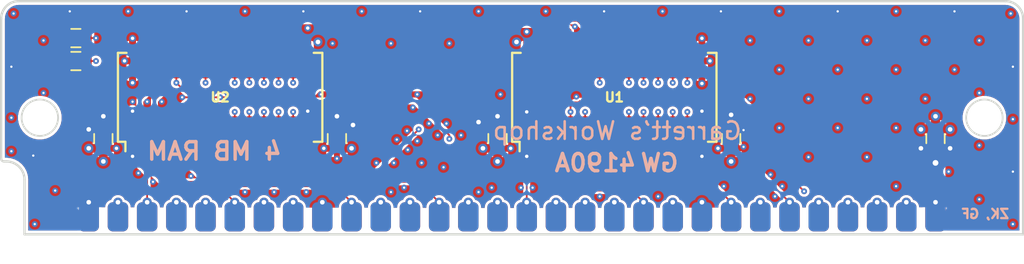
<source format=kicad_pcb>
(kicad_pcb (version 20221018) (generator pcbnew)
  (title_block (title "GW4190A") (date "2021-06-19") (rev "2.0-SOJ") (company "Garrett's Workshop"))
  (layers (0 "F.Cu" signal) (1 "In1.Cu" power) (2 "In2.Cu" signal) (31 "B.Cu" power) (34 "B.Paste" user) (35 "F.Paste" user) (36 "B.SilkS" user "B.Silkscreen") (37 "F.SilkS" user "F.Silkscreen") (38 "B.Mask" user) (39 "F.Mask" user) (44 "Edge.Cuts" user))
  (net 0 "")
  (net 1 "+5V")
  (net 2 "/D0")
  (net 3 "/D1")
  (net 4 "/~{WE}")
  (net 5 "/~{RAS}")
  (net 6 "/~{CAS}")
  (net 7 "/D2")
  (net 8 "/D3")
  (net 9 "GND")
  (net 10 "/D4")
  (net 11 "/D5")
  (net 12 "/D6")
  (net 13 "/A11")
  (net 14 "/D7")
  (net 15 "/QP")
  (net 16 "/~{CASP}")
  (net 17 "/DP")
  (net 18 "/1A0")
  (net 19 "/1A1")
  (net 20 "/1A2")
  (net 21 "/1A3")
  (net 22 "/1A4")
  (net 23 "/1A5")
  (net 24 "/1A6")
  (net 25 "/1A7")
  (net 26 "/1A8")
  (net 27 "/1A10")
  (net 28 "/1A9")
  (net 29 "/~{OE}")
  (footprint "stdpads:C_0805" (layer "F.Cu") (at 85.09 93.257 -90)
    (fp_text reference "C1")
    (fp_text value "2u2")
    (pad "1" smd roundrect (at -0.85 0 270) (size 1.05 1.4) (layers "F.Cu" "F.Paste" "F.Mask") (net 1 "+5V"))
    (pad "2" smd roundrect (at 0.85 0 270) (size 1.05 1.4) (layers "F.Cu" "F.Paste" "F.Mask") (net 9 "GND"))
  )
  (footprint "stdpads:C_0805" (layer "F.Cu") (at 105.41 93.257 -90)
    (fp_text reference "C2")
    (fp_text value "2u2")
    (pad "1" smd roundrect (at -0.85 0 270) (size 1.05 1.4) (layers "F.Cu" "F.Paste" "F.Mask") (net 1 "+5V"))
    (pad "2" smd roundrect (at 0.85 0 270) (size 1.05 1.4) (layers "F.Cu" "F.Paste" "F.Mask") (net 9 "GND"))
  )
  (footprint "stdpads:C_0805" (layer "F.Cu") (at 119.38 93.257 -90)
    (fp_text reference "C3")
    (fp_text value "2u2")
    (pad "1" smd roundrect (at -0.85 0 270) (size 1.05 1.4) (layers "F.Cu" "F.Paste" "F.Mask") (net 1 "+5V"))
    (pad "2" smd roundrect (at 0.85 0 270) (size 1.05 1.4) (layers "F.Cu" "F.Paste" "F.Mask") (net 9 "GND"))
  )
  (footprint "stdpads:C_0805" (layer "F.Cu") (at 139.7 93.257 -90)
    (fp_text reference "C4")
    (fp_text value "2u2")
    (pad "1" smd roundrect (at -0.85 0 270) (size 1.05 1.4) (layers "F.Cu" "F.Paste" "F.Mask") (net 1 "+5V"))
    (pad "2" smd roundrect (at 0.85 0 270) (size 1.05 1.4) (layers "F.Cu" "F.Paste" "F.Mask") (net 9 "GND"))
  )
  (footprint "stdpads:C_0805" (layer "F.Cu") (at 157.48 93.257 90)
    (fp_text reference "C5")
    (fp_text value "2u2")
    (pad "1" smd roundrect (at -0.85 0 90) (size 1.05 1.4) (layers "F.Cu" "F.Paste" "F.Mask") (net 1 "+5V"))
    (pad "2" smd roundrect (at 0.85 0 90) (size 1.05 1.4) (layers "F.Cu" "F.Paste" "F.Mask") (net 9 "GND"))
  )
  (footprint "stdpads:SIMM-30_Edge" (layer "F.Cu") (at 120.65 99.822)
    (fp_text reference "J1")
    (fp_text value "DRAM-SIMM-30")
    (pad "1" thru_hole circle (at -36.83 -1.016) (size 0.8 0.8) (drill 0.4) (layers "*.Cu" "*.Mask") (net 1 "+5V"))
    (pad "1" smd roundrect (at -36.83 0.254) (size 1.778 2.54) (layers "F.Cu" "F.Mask") (net 1 "+5V"))
    (pad "1" smd roundrect (at -36.83 0.254) (size 1.778 2.54) (layers "B.Cu" "B.Mask") (net 1 "+5V"))
    (pad "2" thru_hole circle (at -34.29 -1.016) (size 0.8 0.8) (drill 0.4) (layers "*.Cu" "*.Mask") (net 6 "/~{CAS}"))
    (pad "2" smd roundrect (at -34.29 0.254) (size 1.778 2.54) (layers "F.Cu" "F.Mask") (net 6 "/~{CAS}"))
    (pad "2" smd roundrect (at -34.29 0.254) (size 1.778 2.54) (layers "B.Cu" "B.Mask") (net 6 "/~{CAS}"))
    (pad "3" thru_hole circle (at -31.75 -1.016) (size 0.8 0.8) (drill 0.4) (layers "*.Cu" "*.Mask") (net 2 "/D0"))
    (pad "3" smd roundrect (at -31.75 0.254) (size 1.778 2.54) (layers "F.Cu" "F.Mask") (net 2 "/D0"))
    (pad "3" smd roundrect (at -31.75 0.254) (size 1.778 2.54) (layers "B.Cu" "B.Mask") (net 2 "/D0"))
    (pad "4" thru_hole circle (at -29.21 -1.016) (size 0.8 0.8) (drill 0.4) (layers "*.Cu" "*.Mask") (net 22 "/1A4"))
    (pad "4" smd roundrect (at -29.21 0.254) (size 1.778 2.54) (layers "F.Cu" "F.Mask") (net 22 "/1A4"))
    (pad "4" smd roundrect (at -29.21 0.254) (size 1.778 2.54) (layers "B.Cu" "B.Mask") (net 22 "/1A4"))
    (pad "5" thru_hole circle (at -26.67 -1.016) (size 0.8 0.8) (drill 0.4) (layers "*.Cu" "*.Mask") (net 21 "/1A3"))
    (pad "5" smd roundrect (at -26.67 0.254) (size 1.778 2.54) (layers "F.Cu" "F.Mask") (net 21 "/1A3"))
    (pad "5" smd roundrect (at -26.67 0.254) (size 1.778 2.54) (layers "B.Cu" "B.Mask") (net 21 "/1A3"))
    (pad "6" thru_hole circle (at -24.13 -1.016) (size 0.8 0.8) (drill 0.4) (layers "*.Cu" "*.Mask") (net 3 "/D1"))
    (pad "6" smd roundrect (at -24.13 0.254) (size 1.778 2.54) (layers "F.Cu" "F.Mask") (net 3 "/D1"))
    (pad "6" smd roundrect (at -24.13 0.254) (size 1.778 2.54) (layers "B.Cu" "B.Mask") (net 3 "/D1"))
    (pad "7" thru_hole circle (at -21.59 -1.016) (size 0.8 0.8) (drill 0.4) (layers "*.Cu" "*.Mask") (net 23 "/1A5"))
    (pad "7" smd roundrect (at -21.59 0.254) (size 1.778 2.54) (layers "F.Cu" "F.Mask") (net 23 "/1A5"))
    (pad "7" smd roundrect (at -21.59 0.254) (size 1.778 2.54) (layers "B.Cu" "B.Mask") (net 23 "/1A5"))
    (pad "8" thru_hole circle (at -19.05 -1.016) (size 0.8 0.8) (drill 0.4) (layers "*.Cu" "*.Mask") (net 20 "/1A2"))
    (pad "8" smd roundrect (at -19.05 0.254) (size 1.778 2.54) (layers "F.Cu" "F.Mask") (net 20 "/1A2"))
    (pad "8" smd roundrect (at -19.05 0.254) (size 1.778 2.54) (layers "B.Cu" "B.Mask") (net 20 "/1A2"))
    (pad "9" thru_hole circle (at -16.51 -1.016) (size 0.8 0.8) (drill 0.4) (layers "*.Cu" "*.Mask") (net 9 "GND"))
    (pad "9" smd roundrect (at -16.51 0.254) (size 1.778 2.54) (layers "F.Cu" "F.Mask") (net 9 "GND"))
    (pad "9" smd roundrect (at -16.51 0.254) (size 1.778 2.54) (layers "B.Cu" "B.Mask") (net 9 "GND"))
    (pad "10" thru_hole circle (at -13.97 -1.016) (size 0.8 0.8) (drill 0.4) (layers "*.Cu" "*.Mask") (net 7 "/D2"))
    (pad "10" smd roundrect (at -13.97 0.254) (size 1.778 2.54) (layers "F.Cu" "F.Mask") (net 7 "/D2"))
    (pad "10" smd roundrect (at -13.97 0.254) (size 1.778 2.54) (layers "B.Cu" "B.Mask") (net 7 "/D2"))
    (pad "11" thru_hole circle (at -11.43 -1.016) (size 0.8 0.8) (drill 0.4) (layers "*.Cu" "*.Mask") (net 24 "/1A6"))
    (pad "11" smd roundrect (at -11.43 0.254) (size 1.778 2.54) (layers "F.Cu" "F.Mask") (net 24 "/1A6"))
    (pad "11" smd roundrect (at -11.43 0.254) (size 1.778 2.54) (layers "B.Cu" "B.Mask") (net 24 "/1A6"))
    (pad "12" thru_hole circle (at -8.89 -1.016) (size 0.8 0.8) (drill 0.4) (layers "*.Cu" "*.Mask") (net 19 "/1A1"))
    (pad "12" smd roundrect (at -8.89 0.254) (size 1.778 2.54) (layers "F.Cu" "F.Mask") (net 19 "/1A1"))
    (pad "12" smd roundrect (at -8.89 0.254) (size 1.778 2.54) (layers "B.Cu" "B.Mask") (net 19 "/1A1"))
    (pad "13" thru_hole circle (at -6.35 -1.016) (size 0.8 0.8) (drill 0.4) (layers "*.Cu" "*.Mask") (net 8 "/D3"))
    (pad "13" smd roundrect (at -6.35 0.254) (size 1.778 2.54) (layers "F.Cu" "F.Mask") (net 8 "/D3"))
    (pad "13" smd roundrect (at -6.35 0.254) (size 1.778 2.54) (layers "B.Cu" "B.Mask") (net 8 "/D3"))
    (pad "14" thru_hole circle (at -3.81 -1.016) (size 0.8 0.8) (drill 0.4) (layers "*.Cu" "*.Mask") (net 25 "/1A7"))
    (pad "14" smd roundrect (at -3.81 0.254) (size 1.778 2.54) (layers "F.Cu" "F.Mask") (net 25 "/1A7"))
    (pad "14" smd roundrect (at -3.81 0.254) (size 1.778 2.54) (layers "B.Cu" "B.Mask") (net 25 "/1A7"))
    (pad "15" thru_hole circle (at -1.27 -1.016) (size 0.8 0.8) (drill 0.4) (layers "*.Cu" "*.Mask") (net 18 "/1A0"))
    (pad "15" smd roundrect (at -1.27 0.254) (size 1.778 2.54) (layers "F.Cu" "F.Mask") (net 18 "/1A0"))
    (pad "15" smd roundrect (at -1.27 0.254) (size 1.778 2.54) (layers "B.Cu" "B.Mask") (net 18 "/1A0"))
    (pad "16" thru_hole circle (at 1.27 -1.016) (size 0.8 0.8) (drill 0.4) (layers "*.Cu" "*.Mask") (net 10 "/D4"))
    (pad "16" smd roundrect (at 1.27 0.254) (size 1.778 2.54) (layers "F.Cu" "F.Mask") (net 10 "/D4"))
    (pad "16" smd roundrect (at 1.27 0.254) (size 1.778 2.54) (layers "B.Cu" "B.Mask") (net 10 "/D4"))
    (pad "17" thru_hole circle (at 3.81 -1.016) (size 0.8 0.8) (drill 0.4) (layers "*.Cu" "*.Mask") (net 26 "/1A8"))
    (pad "17" smd roundrect (at 3.81 0.254) (size 1.778 2.54) (layers "F.Cu" "F.Mask") (net 26 "/1A8"))
    (pad "17" smd roundrect (at 3.81 0.254) (size 1.778 2.54) (layers "B.Cu" "B.Mask") (net 26 "/1A8"))
    (pad "18" thru_hole circle (at 6.35 -1.016) (size 0.8 0.8) (drill 0.4) (layers "*.Cu" "*.Mask") (net 27 "/1A10"))
    (pad "18" smd roundrect (at 6.35 0.254) (size 1.778 2.54) (layers "F.Cu" "F.Mask") (net 27 "/1A10"))
    (pad "18" smd roundrect (at 6.35 0.254) (size 1.778 2.54) (layers "B.Cu" "B.Mask") (net 27 "/1A10"))
    (pad "19" thru_hole circle (at 8.89 -1.016) (size 0.8 0.8) (drill 0.4) (layers "*.Cu" "*.Mask") (net 28 "/1A9"))
    (pad "19" smd roundrect (at 8.89 0.254) (size 1.778 2.54) (layers "F.Cu" "F.Mask") (net 28 "/1A9"))
    (pad "19" smd roundrect (at 8.89 0.254) (size 1.778 2.54) (layers "B.Cu" "B.Mask") (net 28 "/1A9"))
    (pad "20" thru_hole circle (at 11.43 -1.016) (size 0.8 0.8) (drill 0.4) (layers "*.Cu" "*.Mask") (net 11 "/D5"))
    (pad "20" smd roundrect (at 11.43 0.254) (size 1.778 2.54) (layers "F.Cu" "F.Mask") (net 11 "/D5"))
    (pad "20" smd roundrect (at 11.43 0.254) (size 1.778 2.54) (layers "B.Cu" "B.Mask") (net 11 "/D5"))
    (pad "21" thru_hole circle (at 13.97 -1.016) (size 0.8 0.8) (drill 0.4) (layers "*.Cu" "*.Mask") (net 4 "/~{WE}"))
    (pad "21" smd roundrect (at 13.97 0.254) (size 1.778 2.54) (layers "F.Cu" "F.Mask") (net 4 "/~{WE}"))
    (pad "21" smd roundrect (at 13.97 0.254) (size 1.778 2.54) (layers "B.Cu" "B.Mask") (net 4 "/~{WE}"))
    (pad "22" thru_hole circle (at 16.51 -1.016) (size 0.8 0.8) (drill 0.4) (layers "*.Cu" "*.Mask") (net 9 "GND"))
    (pad "22" smd roundrect (at 16.51 0.254) (size 1.778 2.54) (layers "F.Cu" "F.Mask") (net 9 "GND"))
    (pad "22" smd roundrect (at 16.51 0.254) (size 1.778 2.54) (layers "B.Cu" "B.Mask") (net 9 "GND"))
    (pad "23" thru_hole circle (at 19.05 -1.016) (size 0.8 0.8) (drill 0.4) (layers "*.Cu" "*.Mask") (net 12 "/D6"))
    (pad "23" smd roundrect (at 19.05 0.254) (size 1.778 2.54) (layers "F.Cu" "F.Mask") (net 12 "/D6"))
    (pad "23" smd roundrect (at 19.05 0.254) (size 1.778 2.54) (layers "B.Cu" "B.Mask") (net 12 "/D6"))
    (pad "24" thru_hole circle (at 21.59 -1.016) (size 0.8 0.8) (drill 0.4) (layers "*.Cu" "*.Mask") (net 13 "/A11"))
    (pad "24" smd roundrect (at 21.59 0.254) (size 1.778 2.54) (layers "F.Cu" "F.Mask") (net 13 "/A11"))
    (pad "24" smd roundrect (at 21.59 0.254) (size 1.778 2.54) (layers "B.Cu" "B.Mask") (net 13 "/A11"))
    (pad "25" thru_hole circle (at 24.13 -1.016) (size 0.8 0.8) (drill 0.4) (layers "*.Cu" "*.Mask") (net 14 "/D7"))
    (pad "25" smd roundrect (at 24.13 0.254) (size 1.778 2.54) (layers "F.Cu" "F.Mask") (net 14 "/D7"))
    (pad "25" smd roundrect (at 24.13 0.254) (size 1.778 2.54) (layers "B.Cu" "B.Mask") (net 14 "/D7"))
    (pad "26" thru_hole circle (at 26.67 -1.016) (size 0.8 0.8) (drill 0.4) (layers "*.Cu" "*.Mask") (net 15 "/QP"))
    (pad "26" smd roundrect (at 26.67 0.254) (size 1.778 2.54) (layers "F.Cu" "F.Mask") (net 15 "/QP"))
    (pad "26" smd roundrect (at 26.67 0.254) (size 1.778 2.54) (layers "B.Cu" "B.Mask") (net 15 "/QP"))
    (pad "27" thru_hole circle (at 29.21 -1.016) (size 0.8 0.8) (drill 0.4) (layers "*.Cu" "*.Mask") (net 5 "/~{RAS}"))
    (pad "27" smd roundrect (at 29.21 0.254) (size 1.778 2.54) (layers "F.Cu" "F.Mask") (net 5 "/~{RAS}"))
    (pad "27" smd roundrect (at 29.21 0.254) (size 1.778 2.54) (layers "B.Cu" "B.Mask") (net 5 "/~{RAS}"))
    (pad "28" thru_hole circle (at 31.75 -1.016) (size 0.8 0.8) (drill 0.4) (layers "*.Cu" "*.Mask") (net 16 "/~{CASP}"))
    (pad "28" smd roundrect (at 31.75 0.254) (size 1.778 2.54) (layers "F.Cu" "F.Mask") (net 16 "/~{CASP}"))
    (pad "28" smd roundrect (at 31.75 0.254) (size 1.778 2.54) (layers "B.Cu" "B.Mask") (net 16 "/~{CASP}"))
    (pad "29" thru_hole circle (at 34.29 -1.016) (size 0.8 0.8) (drill 0.4) (layers "*.Cu" "*.Mask") (net 17 "/DP"))
    (pad "29" smd roundrect (at 34.29 0.254) (size 1.778 2.54) (layers "F.Cu" "F.Mask") (net 17 "/DP"))
    (pad "29" smd roundrect (at 34.29 0.254) (size 1.778 2.54) (layers "B.Cu" "B.Mask") (net 17 "/DP"))
    (pad "30" thru_hole circle (at 36.83 -1.016) (size 0.8 0.8) (drill 0.4) (layers "*.Cu" "*.Mask") (net 1 "+5V"))
    (pad "30" smd roundrect (at 36.83 0.254) (size 1.778 2.54) (layers "F.Cu" "F.Mask") (net 1 "+5V"))
    (pad "30" smd roundrect (at 36.83 0.254) (size 1.778 2.54) (layers "B.Cu" "B.Mask") (net 1 "+5V"))
  )
  (footprint "stdpads:R_0805" (layer "F.Cu") (at 82.7 86.5 180)
    (fp_text reference "R1")
    (fp_text value "EDO")
    (pad "1" smd roundrect (at -0.95 0 180) (size 0.85 1.4) (layers "F.Cu" "F.Paste" "F.Mask") (net 6 "/~{CAS}"))
    (pad "2" smd roundrect (at 0.95 0 180) (size 0.85 1.4) (layers "F.Cu" "F.Paste" "F.Mask") (net 29 "/~{OE}"))
  )
  (footprint "stdpads:R_0805" (layer "F.Cu") (at 82.7 84.5)
    (fp_text reference "R2")
    (fp_text value "FPM")
    (pad "1" smd roundrect (at -0.95 0) (size 0.85 1.4) (layers "F.Cu" "F.Paste" "F.Mask") (net 29 "/~{OE}"))
    (pad "2" smd roundrect (at 0.95 0) (size 0.85 1.4) (layers "F.Cu" "F.Paste" "F.Mask") (net 9 "GND"))
  )
  (footprint "stdpads:SOJ-24-26_300mil" (layer "F.Cu") (at 129.54 89.662 90)
    (fp_text reference "U1")
    (fp_text value "4C4M4")
    (fp_text user "${REFERENCE}" (at 0 0) (layer "F.SilkS") (effects (font (size 0.8128 0.8128) (thickness 0.2032))))
    (pad "1" smd roundrect (at -3.175 -7.62 90) (size 3.048 0.6) (layers "F.Cu" "F.Paste" "F.Mask") (net 1 "+5V"))
    (pad "2" smd roundrect (at -3.175 -6.35 90) (size 3.048 0.6) (layers "F.Cu" "F.Paste" "F.Mask") (net 11 "/D5"))
    (pad "3" smd roundrect (at -3.175 -5.08 90) (size 3.048 0.6) (layers "F.Cu" "F.Paste" "F.Mask") (net 14 "/D7"))
    (pad "4" smd roundrect (at -3.175 -3.81 90) (size 3.048 0.6) (layers "F.Cu" "F.Paste" "F.Mask") (net 4 "/~{WE}"))
    (pad "5" smd roundrect (at -3.175 -2.54 90) (size 3.048 0.6) (layers "F.Cu" "F.Paste" "F.Mask") (net 5 "/~{RAS}"))
    (pad "6" smd roundrect (at -3.175 -1.27 90) (size 3.048 0.6) (layers "F.Cu" "F.Paste" "F.Mask"))
    (pad "8" smd roundrect (at -3.175 1.27 90) (size 3.048 0.6) (layers "F.Cu" "F.Paste" "F.Mask") (net 27 "/1A10"))
    (pad "9" smd roundrect (at -3.175 2.54 90) (size 3.048 0.6) (layers "F.Cu" "F.Paste" "F.Mask") (net 18 "/1A0"))
    (pad "10" smd roundrect (at -3.175 3.81 90) (size 3.048 0.6) (layers "F.Cu" "F.Paste" "F.Mask") (net 19 "/1A1"))
    (pad "11" smd roundrect (at -3.175 5.08 90) (size 3.048 0.6) (layers "F.Cu" "F.Paste" "F.Mask") (net 20 "/1A2"))
    (pad "12" smd roundrect (at -3.175 6.35 90) (size 3.048 0.6) (layers "F.Cu" "F.Paste" "F.Mask") (net 21 "/1A3"))
    (pad "13" smd roundrect (at -3.175 7.62 90) (size 3.048 0.6) (layers "F.Cu" "F.Paste" "F.Mask") (net 1 "+5V"))
    (pad "14" smd roundrect (at 3.175 7.62 90) (size 3.048 0.6) (layers "F.Cu" "F.Paste" "F.Mask") (net 9 "GND"))
    (pad "15" smd roundrect (at 3.175 6.35 90) (size 3.048 0.6) (layers "F.Cu" "F.Paste" "F.Mask") (net 22 "/1A4"))
    (pad "16" smd roundrect (at 3.175 5.08 90) (size 3.048 0.6) (layers "F.Cu" "F.Paste" "F.Mask") (net 23 "/1A5"))
    (pad "17" smd roundrect (at 3.175 3.81 90) (size 3.048 0.6) (layers "F.Cu" "F.Paste" "F.Mask") (net 24 "/1A6"))
    (pad "18" smd roundrect (at 3.175 2.54 90) (size 3.048 0.6) (layers "F.Cu" "F.Paste" "F.Mask") (net 25 "/1A7"))
    (pad "19" smd roundrect (at 3.175 1.27 90) (size 3.048 0.6) (layers "F.Cu" "F.Paste" "F.Mask") (net 26 "/1A8"))
    (pad "21" smd roundrect (at 3.175 -1.27 90) (size 3.048 0.6) (layers "F.Cu" "F.Paste" "F.Mask") (net 28 "/1A9"))
    (pad "22" smd roundrect (at 3.175 -2.54 90) (size 3.048 0.6) (layers "F.Cu" "F.Paste" "F.Mask") (net 29 "/~{OE}"))
    (pad "23" smd roundrect (at 3.175 -3.81 90) (size 3.048 0.6) (layers "F.Cu" "F.Paste" "F.Mask") (net 6 "/~{CAS}"))
    (pad "24" smd roundrect (at 3.175 -5.08 90) (size 3.048 0.6) (layers "F.Cu" "F.Paste" "F.Mask") (net 12 "/D6"))
    (pad "25" smd roundrect (at 3.175 -6.35 90) (size 3.048 0.6) (layers "F.Cu" "F.Paste" "F.Mask") (net 10 "/D4"))
    (pad "26" smd roundrect (at 3.175 -7.62 90) (size 3.048 0.6) (layers "F.Cu" "F.Paste" "F.Mask") (net 9 "GND"))
  )
  (footprint "stdpads:SOJ-24-26_300mil" (layer "F.Cu") (at 95.25 89.662 90)
    (fp_text reference "U2")
    (fp_text value "4C4M4")
    (fp_text user "${REFERENCE}" (at 0 0) (layer "F.SilkS") (effects (font (size 0.8128 0.8128) (thickness 0.2032))))
    (pad "1" smd roundrect (at -3.175 -7.62 90) (size 3.048 0.6) (layers "F.Cu" "F.Paste" "F.Mask") (net 1 "+5V"))
    (pad "2" smd roundrect (at -3.175 -6.35 90) (size 3.048 0.6) (layers "F.Cu" "F.Paste" "F.Mask") (net 3 "/D1"))
    (pad "3" smd roundrect (at -3.175 -5.08 90) (size 3.048 0.6) (layers "F.Cu" "F.Paste" "F.Mask") (net 8 "/D3"))
    (pad "4" smd roundrect (at -3.175 -3.81 90) (size 3.048 0.6) (layers "F.Cu" "F.Paste" "F.Mask") (net 4 "/~{WE}"))
    (pad "5" smd roundrect (at -3.175 -2.54 90) (size 3.048 0.6) (layers "F.Cu" "F.Paste" "F.Mask") (net 5 "/~{RAS}"))
    (pad "6" smd roundrect (at -3.175 -1.27 90) (size 3.048 0.6) (layers "F.Cu" "F.Paste" "F.Mask"))
    (pad "8" smd roundrect (at -3.175 1.27 90) (size 3.048 0.6) (layers "F.Cu" "F.Paste" "F.Mask") (net 21 "/1A3"))
    (pad "9" smd roundrect (at -3.175 2.54 90) (size 3.048 0.6) (layers "F.Cu" "F.Paste" "F.Mask") (net 20 "/1A2"))
    (pad "10" smd roundrect (at -3.175 3.81 90) (size 3.048 0.6) (layers "F.Cu" "F.Paste" "F.Mask") (net 19 "/1A1"))
    (pad "11" smd roundrect (at -3.175 5.08 90) (size 3.048 0.6) (layers "F.Cu" "F.Paste" "F.Mask") (net 18 "/1A0"))
    (pad "12" smd roundrect (at -3.175 6.35 90) (size 3.048 0.6) (layers "F.Cu" "F.Paste" "F.Mask") (net 27 "/1A10"))
    (pad "13" smd roundrect (at -3.175 7.62 90) (size 3.048 0.6) (layers "F.Cu" "F.Paste" "F.Mask") (net 1 "+5V"))
    (pad "14" smd roundrect (at 3.175 7.62 90) (size 3.048 0.6) (layers "F.Cu" "F.Paste" "F.Mask") (net 9 "GND"))
    (pad "15" smd roundrect (at 3.175 6.35 90) (size 3.048 0.6) (layers "F.Cu" "F.Paste" "F.Mask") (net 28 "/1A9"))
    (pad "16" smd roundrect (at 3.175 5.08 90) (size 3.048 0.6) (layers "F.Cu" "F.Paste" "F.Mask") (net 26 "/1A8"))
    (pad "17" smd roundrect (at 3.175 3.81 90) (size 3.048 0.6) (layers "F.Cu" "F.Paste" "F.Mask") (net 25 "/1A7"))
    (pad "18" smd roundrect (at 3.175 2.54 90) (size 3.048 0.6) (layers "F.Cu" "F.Paste" "F.Mask") (net 24 "/1A6"))
    (pad "19" smd roundrect (at 3.175 1.27 90) (size 3.048 0.6) (layers "F.Cu" "F.Paste" "F.Mask") (net 23 "/1A5"))
    (pad "21" smd roundrect (at 3.175 -1.27 90) (size 3.048 0.6) (layers "F.Cu" "F.Paste" "F.Mask") (net 22 "/1A4"))
    (pad "22" smd roundrect (at 3.175 -2.54 90) (size 3.048 0.6) (layers "F.Cu" "F.Paste" "F.Mask") (net 29 "/~{OE}"))
    (pad "23" smd roundrect (at 3.175 -3.81 90) (size 3.048 0.6) (layers "F.Cu" "F.Paste" "F.Mask") (net 6 "/~{CAS}"))
    (pad "24" smd roundrect (at 3.175 -5.08 90) (size 3.048 0.6) (layers "F.Cu" "F.Paste" "F.Mask") (net 7 "/D2"))
    (pad "25" smd roundrect (at 3.175 -6.35 90) (size 3.048 0.6) (layers "F.Cu" "F.Paste" "F.Mask") (net 2 "/D0"))
    (pad "26" smd roundrect (at 3.175 -7.62 90) (size 3.048 0.6) (layers "F.Cu" "F.Paste" "F.Mask") (net 9 "GND"))
  )
  (gr_line (start 76.2 94.996) (end 76.2 82.804) (stroke (width 0.2)) (layer "Edge.Cuts"))
  (gr_line (start 78.232 101.6) (end 78.232 96.8375) (stroke (width 0.2)) (layer "Edge.Cuts"))
  (gr_circle (center 79.5655 91.44) (end 77.978 91.44) (stroke (width 0.15)) (fill none) (layer "Edge.Cuts"))
  (gr_arc (start 76.6445 95.25) (mid 77.767032 95.714968) (end 78.232 96.8375) (stroke (width 0.2)) (layer "Edge.Cuts"))
  (gr_circle (center 161.7345 91.44) (end 163.322 91.44) (stroke (width 0.15)) (fill none) (layer "Edge.Cuts"))
  (gr_line (start 76.6445 95.25) (end 76.454 95.25) (stroke (width 0.2)) (layer "Edge.Cuts"))
  (gr_arc (start 163.576 81.28) (mid 164.653631 81.726369) (end 165.1 82.804) (stroke (width 0.2)) (layer "Edge.Cuts"))
  (gr_arc (start 76.2 82.804) (mid 76.646369 81.726369) (end 77.724 81.28) (stroke (width 0.2)) (layer "Edge.Cuts"))
  (gr_arc (start 76.454 95.25) (mid 76.274395 95.175605) (end 76.2 94.996) (stroke (width 0.2)) (layer "Edge.Cuts"))
  (gr_line (start 165.1 101.6) (end 78.232 101.6) (stroke (width 0.2)) (layer "Edge.Cuts"))
  (gr_line (start 77.724 81.28) (end 163.576 81.28) (stroke (width 0.2)) (layer "Edge.Cuts"))
  (gr_line (start 165.1 82.804) (end 165.1 101.6) (stroke (width 0.2)) (layer "Edge.Cuts"))
  (gr_text "Garrett’s Workshop" (at 129.794 92.583) (layer "B.SilkS") (effects (font (size 1.524 1.524) (thickness 0.225)) (justify mirror)))
  (gr_text "GW" (at 133.477 95.377) (layer "B.SilkS") (effects (font (size 1.5 1.5) (thickness 0.3)) (justify mirror)))
  (gr_text "4 MB RAM" (at 94.742 94.361) (layer "B.SilkS") (effects (font (size 1.524 1.524) (thickness 0.3)) (justify mirror)))
  (gr_text "4190A" (at 127.889 95.377) (layer "B.SilkS") (effects (font (size 1.5 1.5) (thickness 0.3)) (justify mirror)))
  (gr_text "ZK, GF" (at 161.798 99.822) (layer "B.SilkS") (effects (font (size 0.8128 0.8128) (thickness 0.2032)) (justify mirror)))
  (segment (start 121.915 94.107) (end 121.92 94.112) (width 0.508) (layer "F.Cu") (net 1))
  (segment (start 87.63 92.837) (end 87.63 90.8685) (width 0.6) (layer "F.Cu") (net 1))
  (segment (start 87.63 92.837) (end 87.63 94.8055) (width 0.6) (layer "F.Cu") (net 1))
  (segment (start 105.41 92.407) (end 106.475 92.407) (width 0.762) (layer "F.Cu") (net 1))
  (segment (start 121.92 92.837) (end 121.92 94.8055) (width 0.6) (layer "F.Cu") (net 1))
  (segment (start 86.311 92.407) (end 86.741 92.837) (width 0.6) (layer "F.Cu") (net 1))
  (segment (start 105.41 92.407) (end 105.41 91.313) (width 0.762) (layer "F.Cu") (net 1))
  (segment (start 118.315 92.407) (end 117.729 91.821) (width 0.762) (layer "F.Cu") (net 1))
  (segment (start 86.741 92.837) (end 87.63 92.837) (width 0.6) (layer "F.Cu") (net 1))
  (segment (start 106.475 92.407) (end 106.807 92.075) (width 0.762) (layer "F.Cu") (net 1))
  (segment (start 102.87 92.837) (end 102.87 90.8685) (width 0.6) (layer "F.Cu") (net 1))
  (segment (start 103.759 92.837) (end 102.87 92.837) (width 0.6) (layer "F.Cu") (net 1))
  (segment (start 121.031 92.837) (end 121.92 92.837) (width 0.6) (layer "F.Cu") (net 1))
  (segment (start 139.7 92.407) (end 139.7 91.186) (width 0.762) (layer "F.Cu") (net 1))
  (segment (start 104.189 92.407) (end 103.759 92.837) (width 0.6) (layer "F.Cu") (net 1))
  (segment (start 85.09 92.407) (end 86.311 92.407) (width 0.6) (layer "F.Cu") (net 1))
  (segment (start 139.7 92.407) (end 138.479 92.407) (width 0.6) (layer "F.Cu") (net 1))
  (segment (start 140.667 92.407) (end 140.7795 92.5195) (width 0.508) (layer "F.Cu") (net 1))
  (segment (start 157.48 98.806) (end 157.48 95.377) (width 1.27) (layer "F.Cu") (net 1))
  (segment (start 119.38 92.407) (end 119.38 91.313) (width 0.762) (layer "F.Cu") (net 1))
  (segment (start 83.869 92.407) (end 83.82 92.456) (width 0.762) (layer "F.Cu") (net 1))
  (segment (start 85.09 92.407) (end 85.09 91.313) (width 0.762) (layer "F.Cu") (net 1))
  (segment (start 121.92 94.112) (end 121.92 90.932) (width 0.6) (layer "F.Cu") (net 1))
  (segment (start 157.48 94.107) (end 156.21 94.107) (width 0.8) (layer "F.Cu") (net 1))
  (segment (start 157.48 94.107) (end 158.75 94.107) (width 0.8) (layer "F.Cu") (net 1))
  (segment (start 119.38 92.407) (end 120.601 92.407) (width 0.6) (layer "F.Cu") (net 1))
  (segment (start 138.049 92.837) (end 137.16 92.837) (width 0.6) (layer "F.Cu") (net 1))
  (segment (start 138.479 92.407) (end 138.049 92.837) (width 0.6) (layer "F.Cu") (net 1))
  (segment (start 85.09 92.407) (end 83.869 92.407) (width 0.762) (layer "F.Cu") (net 1))
  (segment (start 105.41 92.407) (end 104.189 92.407) (width 0.6) (layer "F.Cu") (net 1))
  (segment (start 119.38 92.407) (end 118.315 92.407) (width 0.762) (layer "F.Cu") (net 1))
  (segment (start 157.48 95.377) (end 157.48 94.107) (width 0.762) (layer "F.Cu") (net 1))
  (segment (start 120.601 92.407) (end 121.031 92.837) (width 0.6) (layer "F.Cu") (net 1))
  (segment (start 137.16 92.837) (end 137.16 94.8055) (width 0.6) (layer "F.Cu") (net 1))
  (segment (start 139.7 92.407) (end 140.667 92.407) (width 0.508) (layer "F.Cu") (net 1))
  (segment (start 137.16 92.837) (end 137.16 90.8685) (width 0.6) (layer "F.Cu") (net 1))
  (via (at 77.089 86.995) (size 0.508) (drill 0.2) (layers "F.Cu" "B.Cu") (net 1))
  (via (at 164.211 86.995) (size 0.508) (drill 0.2) (layers "F.Cu" "B.Cu") (net 1))
  (via (at 164.211 96.139) (size 0.508) (drill 0.2) (layers "F.Cu" "B.Cu") (net 1))
  (via (at 78.994 94.742) (size 0.508) (drill 0.2) (layers "F.Cu" "B.Cu") (net 1))
  (via (at 159.131 82.169) (size 0.508) (drill 0.2) (layers "F.Cu" "B.Cu") (net 1))
  (via (at 148.971 82.169) (size 0.508) (drill 0.2) (layers "F.Cu" "B.Cu") (net 1))
  (via (at 92.329 82.169) (size 0.508) (drill 0.2) (layers "F.Cu" "B.Cu") (net 1))
  (via (at 102.489 82.169) (size 0.508) (drill 0.2) (layers "F.Cu" "B.Cu") (net 1))
  (via (at 138.811 82.169) (size 0.508) (drill 0.2) (layers "F.Cu" "B.Cu") (net 1))
  (via (at 82.169 82.169) (size 0.508) (drill 0.2) (layers "F.Cu" "B.Cu") (net 1))
  (via (at 112.649 82.169) (size 0.508) (drill 0.2) (layers "F.Cu" "B.Cu") (net 1))
  (via (at 128.651 82.169) (size 0.508) (drill 0.2) (layers "F.Cu" "B.Cu") (net 1))
  (via (at 119.38 91.313) (size 0.8) (drill 0.4) (layers "F.Cu" "B.Cu") (net 1))
  (via (at 158.75 94.107) (size 0.8) (drill 0.4) (layers "F.Cu" "B.Cu") (net 1))
  (via (at 157.48 95.377) (size 1) (drill 0.5) (layers "F.Cu" "B.Cu") (net 1))
  (via (at 85.09 91.313) (size 0.8) (drill 0.4) (layers "F.Cu" "B.Cu") (net 1))
  (via (at 117.729 91.821) (size 0.8) (drill 0.4) (layers "F.Cu" "B.Cu") (net 1))
  (via (at 156.21 94.107) (size 0.8) (drill 0.4) (layers "F.Cu" "B.Cu") (net 1))
  (via (at 102.87 90.8685) (size 0.6) (drill 0.3) (layers "F.Cu" "B.Cu") (net 1))
  (via (at 139.7 91.186) (size 0.8) (drill 0.4) (layers "F.Cu" "B.Cu") (net 1))
  (via (at 106.807 92.075) (size 0.8) (drill 0.4) (layers "F.Cu" "B.Cu") (net 1))
  (via (at 105.41 91.313) (size 0.8) (drill 0.4) (layers "F.Cu" "B.Cu") (net 1))
  (via (at 121.92 90.932) (size 0.6) (drill 0.3) (layers "F.Cu" "B.Cu") (net 1))
  (via (at 87.63 94.8055) (size 0.6) (drill 0.3) (layers "F.Cu" "B.Cu") (net 1))
  (via (at 137.16 90.8685) (size 0.6) (drill 0.3) (layers "F.Cu" "B.Cu") (net 1))
  (via (at 87.63 90.8685) (size 0.6) (drill 0.3) (layers "F.Cu" "B.Cu") (net 1))
  (via (at 83.82 92.456) (size 0.8) (drill 0.4) (layers "F.Cu" "B.Cu") (net 1))
  (via (at 121.92 94.8055) (size 0.6) (drill 0.3) (layers "F.Cu" "B.Cu") (net 1))
  (via (at 137.16 94.8055) (size 0.6) (drill 0.3) (layers "F.Cu" "B.Cu") (net 1))
  (via (at 140.7795 92.5195) (size 0.508) (drill 0.2) (layers "F.Cu" "B.Cu") (net 1))
  (segment (start 88.9 89.281) (end 88.9 85.962) (width 0.1524) (layer "F.Cu") (net 2))
  (segment (start 88.265 89.916) (end 88.9 89.281) (width 0.1524) (layer "F.Cu") (net 2))
  (segment (start 88.9 96.266) (end 88.265 95.631) (width 0.1524) (layer "F.Cu") (net 2))
  (segment (start 88.9 98.806) (end 88.9 96.266) (width 0.1524) (layer "F.Cu") (net 2))
  (segment (start 88.265 95.631) (end 88.265 89.916) (width 0.1524) (layer "F.Cu") (net 2))
  (segment (start 88.9 95.758) (end 88.9 94.112) (width 0.1524) (layer "F.Cu") (net 3))
  (segment (start 95.504 97.79) (end 90.932 97.79) (width 0.1524) (layer "F.Cu") (net 3))
  (segment (start 96.52 98.806) (end 95.504 97.79) (width 0.1524) (layer "F.Cu") (net 3))
  (segment (start 90.932 97.79) (end 88.9 95.758) (width 0.1524) (layer "F.Cu") (net 3))
  (segment (start 125.73 94.112) (end 125.73 90.932) (width 0.1524) (layer "F.Cu") (net 4))
  (segment (start 115.189 92.964) (end 112.2045 89.9795) (width 0.1524) (layer "F.Cu") (net 4))
  (segment (start 112.2045 89.9795) (end 95.6945 89.9795) (width 0.1524) (layer "F.Cu") (net 4))
  (segment (start 94.996 90.17) (end 94.869 90.043) (width 0.1524) (layer "F.Cu") (net 4))
  (segment (start 140.8 90) (end 126.535 90) (width 0.1524) (layer "F.Cu") (net 4))
  (segment (start 146.05 97.8535) (end 143.05 94.8535) (width 0.1524) (layer "F.Cu") (net 4))
  (segment (start 125.73 90.47) (end 125.73 90.932) (width 0.1524) (layer "F.Cu") (net 4))
  (segment (start 91.44 90.932) (end 91.44 94.112) (width 0.1524) (layer "F.Cu") (net 4))
  (segment (start 143.05 92.25) (end 140.8 90) (width 0.1524) (layer "F.Cu") (net 4))
  (segment (start 143.05 94.8535) (end 143.05 92.25) (width 0.1524) (layer "F.Cu") (net 4))
  (segment (start 94.869 90.043) (end 92.329 90.043) (width 0.1524) (layer "F.Cu") (net 4))
  (segment (start 115.189 93.2815) (end 115.189 92.964) (width 0.1524) (layer "F.Cu") (net 4))
  (segment (start 95.6945 89.9795) (end 95.504 90.17) (width 0.1524) (layer "F.Cu") (net 4))
  (segment (start 126.4285 90.1065) (end 126.0935 90.1065) (width 0.1524) (layer "F.Cu") (net 4))
  (segment (start 126.0935 90.1065) (end 125.73 90.47) (width 0.1524) (layer "F.Cu") (net 4))
  (segment (start 126.535 90) (end 126.4285 90.1065) (width 0.1524) (layer "F.Cu") (net 4))
  (segment (start 95.504 90.17) (end 94.996 90.17) (width 0.1524) (layer "F.Cu") (net 4))
  (segment (start 92.329 90.043) (end 91.44 90.932) (width 0.1524) (layer "F.Cu") (net 4))
  (via (at 125.73 90.932) (size 0.508) (drill 0.2) (layers "F.Cu" "B.Cu") (net 4))
  (via (at 146.05 97.8535) (size 0.508) (drill 0.2) (layers "F.Cu" "B.Cu") (net 4))
  (via (at 115.189 93.2815) (size 0.508) (drill 0.2) (layers "F.Cu" "B.Cu") (net 4))
  (segment (start 127 94.112) (end 127 90.932) (width 0.1524) (layer "F.Cu") (net 5))
  (segment (start 93.345 96.393) (end 92.71 95.758) (width 0.1524) (layer "F.Cu") (net 5))
  (segment (start 112.522 92.456) (end 108.585 96.393) (width 0.1524) (layer "F.Cu") (net 5))
  (segment (start 92.71 95.758) (end 92.71 93.362) (width 0.1524) (layer "F.Cu") (net 5))
  (segment (start 108.585 96.393) (end 93.345 96.393) (width 0.1524) (layer "F.Cu") (net 5))
  (via (at 127 90.932) (size 0.508) (drill 0.2) (layers "F.Cu" "B.Cu") (net 5))
  (via (at 112.522 92.456) (size 0.508) (drill 0.2) (layers "F.Cu" "B.Cu") (net 5))
  (segment (start 84.45 86.5) (end 83.65 86.5) (width 0.1524) (layer "F.Cu") (net 6))
  (segment (start 91.44 88.392) (end 91.44 85.212) (width 0.1524) (layer "F.Cu") (net 6))
  (segment (start 114.4905 88.8365) (end 103.759 88.8365) (width 0.1524) (layer "F.Cu") (net 6))
  (segment (start 103.759 88.8365) (end 103.3145 89.281) (width 0.1524) (layer "F.Cu") (net 6))
  (segment (start 103.3145 89.281) (end 95.631 89.281) (width 0.1524) (layer "F.Cu") (net 6))
  (segment (start 95.631 89.281) (end 95.504 89.154) (width 0.1524) (layer "F.Cu") (net 6))
  (segment (start 94.996 89.154) (end 94.869 89.281) (width 0.1524) (layer "F.Cu") (net 6))
  (segment (start 92.329 89.281) (end 91.44 88.392) (width 0.1524) (layer "F.Cu") (net 6))
  (segment (start 125.73 85.212) (end 125.73 83.82) (width 0.1524) (layer "F.Cu") (net 6))
  (segment (start 94.869 89.281) (end 92.329 89.281) (width 0.1524) (layer "F.Cu") (net 6))
  (segment (start 120.015 83.312) (end 114.4905 88.8365) (width 0.1524) (layer "F.Cu") (net 6))
  (segment (start 125.222 83.312) (end 120.015 83.312) (width 0.1524) (layer "F.Cu") (net 6))
  (segment (start 125.73 83.82) (end 125.222 83.312) (width 0.1524) (layer "F.Cu") (net 6))
  (segment (start 95.504 89.154) (end 94.996 89.154) (width 0.1524) (layer "F.Cu") (net 6))
  (via (at 84.45 86.5) (size 0.508) (drill 0.2) (layers "F.Cu" "B.Cu") (net 6))
  (via (at 91.44 88.392) (size 0.508) (drill 0.2) (layers "F.Cu" "B.Cu") (net 6))
  (segment (start 90.17 89.281) (end 89.535 89.916) (width 0.1524) (layer "F.Cu") (net 7))
  (segment (start 89.535 89.916) (end 89.535 95.758) (width 0.1524) (layer "F.Cu") (net 7))
  (segment (start 90.17 85.212) (end 90.17 89.281) (width 0.1524) (layer "F.Cu") (net 7))
  (segment (start 89.535 95.758) (end 91.186 97.409) (width 0.1524) (layer "F.Cu") (net 7))
  (segment (start 105.283 97.409) (end 106.68 98.806) (width 0.1524) (layer "F.Cu") (net 7))
  (segment (start 91.186 97.409) (end 105.283 97.409) (width 0.1524) (layer "F.Cu") (net 7))
  (segment (start 91.44 97.028) (end 112.522 97.028) (width 0.1524) (layer "F.Cu") (net 8))
  (segment (start 90.17 95.758) (end 91.44 97.028) (width 0.1524) (layer "F.Cu") (net 8))
  (segment (start 90.17 94.112) (end 90.17 95.758) (width 0.1524) (layer "F.Cu") (net 8))
  (segment (start 112.522 97.028) (end 114.3 98.806) (width 0.1524) (layer "F.Cu") (net 8))
  (segment (start 119.38 94.107) (end 120.523 94.107) (width 0.6) (layer "F.Cu") (net 9))
  (segment (start 156.259 92.407) (end 156.21 92.456) (width 0.8) (layer "F.Cu") (net 9))
  (segment (start 119.38 94.107) (end 119.38 95.25) (width 0.762) (layer "F.Cu") (net 9))
  (segment (start 85.09 94.107) (end 86.233 94.107) (width 0.6) (layer "F.Cu") (net 9))
  (segment (start 139.7 94.107) (end 140.6525 94.107) (width 0.508) (layer "F.Cu") (net 9))
  (segment (start 139.7 94.107) (end 139.7 95.25) (width 0.762) (layer "F.Cu") (net 9))
  (segment (start 137.16 86.487) (end 137.16 88.4555) (width 0.6) (layer "F.Cu") (net 9))
  (segment (start 102.87 86.487) (end 103.378 86.487) (width 0.6) (layer "F.Cu") (net 9))
  (segment (start 83.65 84.5) (end 84.45 84.5) (width 0.1524) (layer "F.Cu") (net 9))
  (segment (start 105.41 94.107) (end 104.267 94.107) (width 0.6) (layer "F.Cu") (net 9))
  (segment (start 121.92 86.487) (end 121.4755 86.487) (width 0.6) (layer "F.Cu") (net 9))
  (segment (start 137.16 86.487) (end 137.8585 86.487) (width 0.6) (layer "F.Cu") (net 9))
  (segment (start 139.7 94.107) (end 138.557 94.107) (width 0.6) (layer "F.Cu") (net 9))
  (segment (start 102.87 86.487) (end 102.87 83.6295) (width 0.6) (layer "F.Cu") (net 9))
  (segment (start 121.92 86.487) (end 121.92 88.2015) (width 0.6) (layer "F.Cu") (net 9))
  (segment (start 105.41 94.107) (end 105.41 94.996) (width 0.508) (layer "F.Cu") (net 9))
  (segment (start 137.16 86.487) (end 137.16 84.5185) (width 0.6) (layer "F.Cu") (net 9))
  (segment (start 157.48 92.407) (end 156.259 92.407) (width 0.8) (layer "F.Cu") (net 9))
  (segment (start 121.92 86.487) (end 121.92 83.947) (width 0.6) (layer "F.Cu") (net 9))
  (segment (start 158.701 92.407) (end 158.75 92.456) (width 0.8) (layer "F.Cu") (net 9))
  (segment (start 85.09 94.107) (end 85.09 95.25) (width 0.762) (layer "F.Cu") (net 9))
  (segment (start 140.6525 94.107) (end 140.7795 93.98) (width 0.508) (layer "F.Cu") (net 9))
  (segment (start 85.09 94.107) (end 83.82 94.107) (width 0.762) (layer "F.Cu") (net 9))
  (segment (start 157.48 92.407) (end 157.48 91.313) (width 0.8) (layer "F.Cu") (net 9))
  (segment (start 119.38 94.107) (end 118.11 94.107) (width 0.762) (layer "F.Cu") (net 9))
  (segment (start 87.63 85.212) (end 87.63 88.392) (width 0.6) (layer "F.Cu") (net 9))
  (segment (start 102.87 86.487) (end 102.87 88.2015) (width 0.6) (layer "F.Cu") (net 9))
  (segment (start 87.63 86.487) (end 87.63 84.5185) (width 0.6) (layer "F.Cu") (net 9))
  (segment (start 157.48 92.407) (end 158.701 92.407) (width 0.8) (layer "F.Cu") (net 9))
  (segment (start 87.63 86.487) (end 86.9315 86.487) (width 0.6) (layer "F.Cu") (net 9))
  (segment (start 105.41 94.107) (end 106.68 94.107) (width 0.762) (layer "F.Cu") (net 9))
  (via (at 112.776 95.377) (size 0.508) (drill 0.2) (layers "F.Cu" "B.Cu") (net 9))
  (via (at 110.617 93.345) (size 0.508) (drill 0.2) (layers "F.Cu" "B.Cu") (net 9))
  (via (at 95.25 89.662) (size 0.508) (drill 0.2) (layers "F.Cu" "B.Cu") (net 9))
  (via (at 112.395 89.408) (size 0.508) (drill 0.2) (layers "F.Cu" "B.Cu") (net 9))
  (via (at 119.634 89.408) (size 0.508) (drill 0.2) (layers "F.Cu" "B.Cu") (net 9))
  (via (at 92.71 96.52) (size 0.508) (drill 0.2) (layers "F.Cu" "B.Cu") (net 9))
  (via (at 111.252 97.536) (size 0.508) (drill 0.2) (layers "F.Cu" "B.Cu") (net 9))
  (via (at 117.729 97.917) (size 0.508) (drill 0.2) (layers "F.Cu" "B.Cu") (net 9))
  (via (at 118.872 97.536) (size 0.508) (drill 0.2) (layers "F.Cu" "B.Cu") (net 9))
  (via (at 139.065 97.409) (size 0.508) (drill 0.2) (layers "F.Cu" "B.Cu") (net 9))
  (via (at 89.408 97.028) (size 0.508) (drill 0.2) (layers "F.Cu" "B.Cu") (net 9))
  (via (at 88.138 96.266) (size 0.508) (drill 0.2) (layers "F.Cu" "B.Cu") (net 9))
  (via (at 114.173 92.964) (size 0.508) (drill 0.2) (layers "F.Cu" "B.Cu") (net 9))
  (via (at 114.935 91.948) (size 0.508) (drill 0.2) (layers "F.Cu" "B.Cu") (net 9))
  (via (at 114.681 95.758) (size 0.508) (drill 0.2) (layers "F.Cu" "B.Cu") (net 9))
  (via (at 144.145 97.409) (size 0.508) (drill 0.2) (layers "F.Cu" "B.Cu") (net 9))
  (via (at 143.129 96.393) (size 0.508) (drill 0.2) (layers "F.Cu" "B.Cu") (net 9))
  (via (at 88.9 90.043) (size 0.508) (drill 0.2) (layers "F.Cu" "B.Cu") (net 9))
  (via (at 87.63 90.043) (size 0.508) (drill 0.2) (layers "F.Cu" "B.Cu") (net 9))
  (via (at 90.17 90.043) (size 0.508) (drill 0.2) (layers "F.Cu" "B.Cu") (net 9))
  (via (at 91.948 89.662) (size 0.508) (drill 0.2) (layers "F.Cu" "B.Cu") (net 9))
  (via (at 126.238 89.5985) (size 0.508) (drill 0.2) (layers "F.Cu" "B.Cu") (net 9))
  (via (at 112.395 93.472) (size 0.508) (drill 0.2) (layers "F.Cu" "B.Cu") (net 9))
  (via (at 113.411 91.948) (size 0.508) (drill 0.2) (layers "F.Cu" "B.Cu") (net 9))
  (via (at 116.205 92.964) (size 0.508) (drill 0.2) (layers "F.Cu" "B.Cu") (net 9))
  (via (at 111.506 92.583) (size 0.508) (drill 0.2) (layers "F.Cu" "B.Cu") (net 9))
  (via (at 121.412 97.536) (size 0.508) (drill 0.2) (layers "F.Cu" "B.Cu") (net 9))
  (via (at 122.428 97.536) (size 0.508) (drill 0.2) (layers "F.Cu" "B.Cu") (net 9))
  (via (at 110.363 95.377) (size 0.508) (drill 0.2) (layers "F.Cu" "B.Cu") (net 9))
  (via (at 164.0205 82.3595) (size 0.508) (drill 0.2) (layers "F.Cu" "B.Cu") (net 9))
  (via (at 164.211 100.711) (size 0.508) (drill 0.2) (layers "F.Cu" "B.Cu") (net 9))
  (via (at 79.121 100.711) (size 0.508) (drill 0.2) (layers "F.Cu" "B.Cu") (net 9))
  (via (at 77.089 94.361) (size 0.508) (drill 0.2) (layers "F.Cu" "B.Cu") (net 9))
  (via (at 77.089 91.44) (size 0.508) (drill 0.2) (layers "F.Cu" "B.Cu") (net 9))
  (via (at 79.883 84.709) (size 0.508) (drill 0.2) (layers "F.Cu" "B.Cu") (net 9))
  (via (at 161.29 84.709) (size 0.508) (drill 0.2) (layers "F.Cu" "B.Cu") (net 9))
  (via (at 161.29 89.281) (size 0.508) (drill 0.2) (layers "F.Cu" "B.Cu") (net 9))
  (via (at 161.29 93.853) (size 0.508) (drill 0.2) (layers "F.Cu" "B.Cu") (net 9))
  (via (at 161.29 98.552) (size 0.508) (drill 0.2) (layers "F.Cu" "B.Cu") (net 9))
  (via (at 80.899 97.79) (size 0.508) (drill 0.2) (layers "F.Cu" "B.Cu") (net 9))
  (via (at 79.883 89.281) (size 0.508) (drill 0.2) (layers "F.Cu" "B.Cu") (net 9))
  (via (at 133.35 98.298) (size 0.508) (drill 0.2) (layers "F.Cu" "B.Cu") (net 9))
  (via (at 110.109 97.917) (size 0.508) (drill 0.2) (layers "F.Cu" "B.Cu") (net 9))
  (via (at 102.743 97.917) (size 0.508) (drill 0.2) (layers "F.Cu" "B.Cu") (net 9))
  (via (at 99.949 97.917) (size 0.508) (drill 0.2) (layers "F.Cu" "B.Cu") (net 9))
  (via (at 97.409 97.917) (size 0.508) (drill 0.2) (layers "F.Cu" "B.Cu") (net 9))
  (via (at 158.623 96.139) (size 0.508) (drill 0.2) (layers "F.Cu" "B.Cu") (net 9))
  (via (at 111.5695 94.234) (size 0.508) (drill 0.2) (layers "F.Cu" "B.Cu") (net 9))
  (via (at 104.013 89.408) (size 0.508) (drill 0.2) (layers "F.Cu" "B.Cu") (net 9))
  (via (at 108.839 95.377) (size 0.508) (drill 0.2) (layers "F.Cu" "B.Cu") (net 9))
  (via (at 112.014 90.551) (size 0.508) (drill 0.2) (layers "F.Cu" "B.Cu") (net 9))
  (via (at 164.211 91.567) (size 0.508) (drill 0.2) (layers "F.Cu" "B.Cu") (net 9))
  (via (at 151.511 89.789) (size 0.508) (drill 0.2) (layers "F.Cu" "B.Cu") (net 9))
  (via (at 156.591 89.789) (size 0.508) (drill 0.2) (layers "F.Cu" "B.Cu") (net 9))
  (via (at 146.431 89.789) (size 0.508) (drill 0.2) (layers "F.Cu" "B.Cu") (net 9))
  (via (at 141.351 89.789) (size 0.508) (drill 0.2) (layers "F.Cu" "B.Cu") (net 9))
  (via (at 143.891 92.329) (size 0.508) (drill 0.2) (layers "F.Cu" "B.Cu") (net 9))
  (via (at 148.971 92.329) (size 0.508) (drill 0.2) (layers "F.Cu" "B.Cu") (net 9))
  (via (at 143.891 87.249) (size 0.508) (drill 0.2) (layers "F.Cu" "B.Cu") (net 9))
  (via (at 154.051 87.249) (size 0.508) (drill 0.2) (layers "F.Cu" "B.Cu") (net 9))
  (via (at 159.131 87.249) (size 0.508) (drill 0.2) (layers "F.Cu" "B.Cu") (net 9))
  (via (at 148.971 87.249) (size 0.508) (drill 0.2) (layers "F.Cu" "B.Cu") (net 9))
  (via (at 151.511 94.869) (size 0.508) (drill 0.2) (layers "F.Cu" "B.Cu") (net 9))
  (via (at 154.051 97.409) (size 0.508) (drill 0.2) (layers "F.Cu" "B.Cu") (net 9))
  (via (at 146.431 94.869) (size 0.508) (drill 0.2) (layers "F.Cu" "B.Cu") (net 9))
  (via (at 141.351 84.709) (size 0.508) (drill 0.2) (layers "F.Cu" "B.Cu") (net 9))
  (via (at 151.511 84.709) (size 0.508) (drill 0.2) (layers "F.Cu" "B.Cu") (net 9))
  (via (at 146.431 84.709) (size 0.508) (drill 0.2) (layers "F.Cu" "B.Cu") (net 9))
  (via (at 156.591 84.709) (size 0.508) (drill 0.2) (layers "F.Cu" "B.Cu") (net 9))
  (via (at 154.051 92.329) (size 0.508) (drill 0.2) (layers "F.Cu" "B.Cu") (net 9))
  (via (at 77.2795 82.3595) (size 0.508) (drill 0.2) (layers "F.Cu" "B.Cu") (net 9))
  (via (at 154.051 82.169) (size 0.508) (drill 0.2) (layers "F.Cu" "B.Cu") (net 9))
  (via (at 87.249 82.169) (size 0.508) (drill 0.2) (layers "F.Cu" "B.Cu") (net 9))
  (via (at 97.409 82.169) (size 0.508) (drill 0.2) (layers "F.Cu" "B.Cu") (net 9))
  (via (at 143.891 82.169) (size 0.508) (drill 0.2) (layers "F.Cu" "B.Cu") (net 9))
  (via (at 110.109 84.963) (size 0.508) (drill 0.2) (layers "F.Cu" "B.Cu") (net 9))
  (via (at 105.029 84.963) (size 0.508) (drill 0.2) (layers "F.Cu" "B.Cu") (net 9))
  (via (at 115.189 84.963) (size 0.508) (drill 0.2) (layers "F.Cu" "B.Cu") (net 9))
  (via (at 126.111 83.5025) (size 0.508) (drill 0.2) (layers "F.Cu" "B.Cu") (net 9))
  (via (at 107.569 82.169) (size 0.508) (drill 0.2) (layers "F.Cu" "B.Cu") (net 9))
  (via (at 117.729 82.169) (size 0.508) (drill 0.2) (layers "F.Cu" "B.Cu") (net 9))
  (via (at 123.571 82.169) (size 0.508) (drill 0.2) (layers "F.Cu" "B.Cu") (net 9))
  (via (at 133.731 82.169) (size 0.508) (drill 0.2) (layers "F.Cu" "B.Cu") (net 9))
  (via (at 128.27 98.298) (size 0.508) (drill 0.2) (layers "F.Cu" "B.Cu") (net 9))
  (via (at 143.51 98.298) (size 0.508) (drill 0.2) (layers "F.Cu" "B.Cu") (net 9))
  (via (at 158.75 92.456) (size 0.8) (drill 0.4) (layers "F.Cu" "B.Cu") (net 9))
  (via (at 118.11 94.107) (size 0.8) (drill 0.4) (layers "F.Cu" "B.Cu") (net 9))
  (via (at 86.233 94.107) (size 0.6) (drill 0.3) (layers "F.Cu" "B.Cu") (net 9))
  (via (at 106.68 94.107) (size 0.8) (drill 0.4) (layers "F.Cu" "B.Cu") (net 9))
  (via (at 84.45 84.5) (size 0.508) (drill 0.2) (layers "F.Cu" "B.Cu") (net 9))
  (via (at 156.21 92.456) (size 0.8) (drill 0.4) (layers "F.Cu" "B.Cu") (net 9))
  (via (at 121.031 84.836) (size 0.8) (drill 0.4) (layers "F.Cu" "B.Cu") (net 9))
  (via (at 139.7 95.25) (size 0.8) (drill 0.4) (layers "F.Cu" "B.Cu") (net 9))
  (via (at 120.523 94.107) (size 0.6) (drill 0.3) (layers "F.Cu" "B.Cu") (net 9))
  (via (at 119.38 95.25) (size 0.8) (drill 0.4) (layers "F.Cu" "B.Cu") (net 9))
  (via (at 121.92 83.947) (size 0.6) (drill 0.3) (layers "F.Cu" "B.Cu") (net 9))
  (via (at 102.87 83.6295) (size 0.6) (drill 0.3) (layers "F.Cu" "B.Cu") (net 9))
  (via (at 137.16 84.5185) (size 0.6) (drill 0.3) (layers "F.Cu" "B.Cu") (net 9))
  (via (at 87.63 84.5185) (size 0.6) (drill 0.3) (layers "F.Cu" "B.Cu") (net 9))
  (via (at 140.7795 93.98) (size 0.508) (drill 0.2) (layers "F.Cu" "B.Cu") (net 9))
  (via (at 86.9315 86.487) (size 0.6) (drill 0.3) (layers "F.Cu" "B.Cu") (net 9))
  (via (at 87.63 88.392) (size 0.6) (drill 0.3) (layers "F.Cu" "B.Cu") (net 9))
  (via (at 157.48 91.313) (size 0.8) (drill 0.4) (layers "F.Cu" "B.Cu") (net 9))
  (via (at 105.41 94.996) (size 0.508) (drill 0.2) (layers "F.Cu" "B.Cu") (net 9))
  (via (at 83.82 94.107) (size 0.8) (drill 0.4) (layers "F.Cu" "B.Cu") (net 9))
  (via (at 103.759 84.836) (size 0.8) (drill 0.4) (layers "F.Cu" "B.Cu") (net 9))
  (via (at 85.09 95.25) (size 0.8) (drill 0.4) (layers "F.Cu" "B.Cu") (net 9))
  (via (at 137.8585 86.487) (size 0.6) (drill 0.3) (layers "F.Cu" "B.Cu") (net 9))
  (via (at 104.267 94.107) (size 0.6) (drill 0.3) (layers "F.Cu" "B.Cu") (net 9))
  (via (at 138.557 94.107) (size 0.6) (drill 0.3) (layers "F.Cu" "B.Cu") (net 9))
  (via (at 137.16 88.4555) (size 0.6) (drill 0.3) (layers "F.Cu" "B.Cu") (net 9))
  (segment (start 122.555 95.8215) (end 121.92 96.4565) (width 0.1524) (layer "F.Cu") (net 10))
  (segment (start 123.19 89.027) (end 122.555 89.662) (width 0.1524) (layer "F.Cu") (net 10))
  (segment (start 122.555 89.662) (end 122.555 95.8215) (width 0.1524) (layer "F.Cu") (net 10))
  (segment (start 123.19 85.962) (end 123.19 89.027) (width 0.1524) (layer "F.Cu") (net 10))
  (segment (start 121.92 96.4565) (end 121.92 98.806) (width 0.1524) (layer "F.Cu") (net 10))
  (segment (start 123.19 93.362) (end 123.19 96.266) (width 0.1524) (layer "F.Cu") (net 11))
  (segment (start 123.19 96.266) (end 124.714 97.79) (width 0.1524) (layer "F.Cu") (net 11))
  (segment (start 131.064 97.79) (end 132.08 98.806) (width 0.1524) (layer "F.Cu") (net 11))
  (segment (start 124.714 97.79) (end 131.064 97.79) (width 0.1524) (layer "F.Cu") (net 11))
  (segment (start 138.049 97.155) (end 139.7 98.806) (width 0.1524) (layer "F.Cu") (net 12))
  (segment (start 123.825 89.662) (end 123.825 96.012) (width 0.1524) (layer "F.Cu") (net 12))
  (segment (start 124.968 97.155) (end 138.049 97.155) (width 0.1524) (layer "F.Cu") (net 12))
  (segment (start 123.825 96.012) (end 124.968 97.155) (width 0.1524) (layer "F.Cu") (net 12))
  (segment (start 124.46 85.212) (end 124.46 89.027) (width 0.1524) (layer "F.Cu") (net 12))
  (segment (start 124.46 89.027) (end 123.825 89.662) (width 0.1524) (layer "F.Cu") (net 12))
  (segment (start 142.494 96.52) (end 144.78 98.806) (width 0.1524) (layer "F.Cu") (net 14))
  (segment (start 124.46 95.758) (end 125.222 96.52) (width 0.1524) (layer "F.Cu") (net 14))
  (segment (start 125.222 96.52) (end 142.494 96.52) (width 0.1524) (layer "F.Cu") (net 14))
  (segment (start 124.46 93.362) (end 124.46 95.758) (width 0.1524) (layer "F.Cu") (net 14))
  (segment (start 100.33 94.112) (end 100.33 90.932) (width 0.1524) (layer "F.Cu") (net 18))
  (segment (start 132.08 93.362) (end 132.08 90.932) (width 0.1524) (layer "F.Cu") (net 18))
  (via (at 100.33 90.932) (size 0.508) (drill 0.2) (layers "F.Cu" "B.Cu") (net 18))
  (via (at 132.08 90.932) (size 0.508) (drill 0.2) (layers "F.Cu" "B.Cu") (net 18))
  (segment (start 133.35 94.112) (end 133.35 90.932) (width 0.1524) (layer "F.Cu") (net 19))
  (segment (start 99.06 90.932) (end 99.06 93.362) (width 0.1524) (layer "F.Cu") (net 19))
  (via (at 99.06 90.932) (size 0.508) (drill 0.2) (layers "F.Cu" "B.Cu") (net 19))
  (via (at 133.35 90.932) (size 0.508) (drill 0.2) (layers "F.Cu" "B.Cu") (net 19))
  (segment (start 97.79 90.932) (end 97.79 93.362) (width 0.1524) (layer "F.Cu") (net 20))
  (segment (start 134.62 94.112) (end 134.62 90.932) (width 0.1524) (layer "F.Cu") (net 20))
  (via (at 134.62 90.932) (size 0.508) (drill 0.2) (layers "F.Cu" "B.Cu") (net 20))
  (via (at 97.79 90.932) (size 0.508) (drill 0.2) (layers "F.Cu" "B.Cu") (net 20))
  (segment (start 96.52 90.932) (end 96.52 93.362) (width 0.1524) (layer "F.Cu") (net 21))
  (segment (start 135.89 94.112) (end 135.89 90.932) (width 0.1524) (layer "F.Cu") (net 21))
  (via (at 135.89 90.932) (size 0.508) (drill 0.2) (layers "F.Cu" "B.Cu") (net 21))
  (via (at 96.52 90.932) (size 0.508) (drill 0.2) (layers "F.Cu" "B.Cu") (net 21))
  (segment (start 93.98 85.212) (end 93.98 88.392) (width 0.1524) (layer "F.Cu") (net 22))
  (segment (start 135.89 85.212) (end 135.89 88.392) (width 0.1524) (layer "F.Cu") (net 22))
  (via (at 93.98 88.392) (size 0.508) (drill 0.2) (layers "F.Cu" "B.Cu") (net 22))
  (via (at 135.89 88.392) (size 0.508) (drill 0.2) (layers "F.Cu" "B.Cu") (net 22))
  (segment (start 96.52 88.392) (end 96.52 85.962) (width 0.1524) (layer "F.Cu") (net 23))
  (segment (start 134.62 85.962) (end 134.62 88.392) (width 0.1524) (layer "F.Cu") (net 23))
  (via (at 96.52 88.392) (size 0.508) (drill 0.2) (layers "F.Cu" "B.Cu") (net 23))
  (via (at 134.62 88.392) (size 0.508) (drill 0.2) (layers "F.Cu" "B.Cu") (net 23))
  (segment (start 133.35 85.212) (end 133.35 88.392) (width 0.1524) (layer "F.Cu") (net 24))
  (segment (start 97.79 88.392) (end 97.79 85.962) (width 0.1524) (layer "F.Cu") (net 24))
  (via (at 97.79 88.392) (size 0.508) (drill 0.2) (layers "F.Cu" "B.Cu") (net 24))
  (via (at 133.35 88.392) (size 0.508) (drill 0.2) (layers "F.Cu" "B.Cu") (net 24))
  (segment (start 99.06 88.392) (end 99.06 85.962) (width 0.1524) (layer "F.Cu") (net 25))
  (segment (start 132.08 85.212) (end 132.08 88.392) (width 0.1524) (layer "F.Cu") (net 25))
  (via (at 132.08 88.392) (size 0.508) (drill 0.2) (layers "F.Cu" "B.Cu") (net 25))
  (via (at 99.06 88.392) (size 0.508) (drill 0.2) (layers "F.Cu" "B.Cu") (net 25))
  (segment (start 100.33 85.212) (end 100.33 88.392) (width 0.1524) (layer "F.Cu") (net 26))
  (segment (start 130.81 85.212) (end 130.81 88.392) (width 0.1524) (layer "F.Cu") (net 26))
  (via (at 100.33 88.392) (size 0.508) (drill 0.2) (layers "F.Cu" "B.Cu") (net 26))
  (via (at 130.81 88.392) (size 0.508) (drill 0.2) (layers "F.Cu" "B.Cu") (net 26))
  (segment (start 101.6 94.112) (end 101.6 90.932) (width 0.1524) (layer "F.Cu") (net 27))
  (segment (start 130.81 94.112) (end 130.81 90.932) (width 0.1524) (layer "F.Cu") (net 27))
  (via (at 101.6 90.932) (size 0.508) (drill 0.2) (layers "F.Cu" "B.Cu") (net 27))
  (via (at 130.81 90.932) (size 0.508) (drill 0.2) (layers "F.Cu" "B.Cu") (net 27))
  (segment (start 101.6 85.212) (end 101.6 88.392) (width 0.1524) (layer "F.Cu") (net 28))
  (segment (start 128.27 85.212) (end 128.27 88.392) (width 0.1524) (layer "F.Cu") (net 28))
  (via (at 101.6 88.392) (size 0.508) (drill 0.2) (layers "F.Cu" "B.Cu") (net 28))
  (via (at 128.27 88.392) (size 0.508) (drill 0.2) (layers "F.Cu" "B.Cu") (net 28))
  (segment (start 126.33325 82.9945) (end 127 83.66125) (width 0.1524) (layer "F.Cu") (net 29))
  (segment (start 92.71 83.82) (end 93.5355 82.9945) (width 0.1524) (layer "F.Cu") (net 29))
  (segment (start 93.5355 82.9945) (end 126.33325 82.9945) (width 0.1524) (layer "F.Cu") (net 29))
  (segment (start 81.75 83.4) (end 82.1555 82.9945) (width 0.1524) (layer "F.Cu") (net 29))
  (segment (start 81.75 84.5) (end 81.75 83.4) (width 0.1524) (layer "F.Cu") (net 29))
  (segment (start 92.71 83.82) (end 92.71 85.212) (width 0.1524) (layer "F.Cu") (net 29))
  (segment (start 127 83.66125) (end 127 85.212) (width 0.1524) (layer "F.Cu") (net 29))
  (segment (start 81.75 84.5) (end 81.75 86.5) (width 0.1524) (layer "F.Cu") (net 29))
  (segment (start 91.8845 82.9945) (end 92.71 83.82) (width 0.1524) (layer "F.Cu") (net 29))
  (segment (start 82.1555 82.9945) (end 91.8845 82.9945) (width 0.1524) (layer "F.Cu") (net 29))
  (zone (net 9) (net_name "GND") (layer "F.Cu") (connect_pads (clearance 0.1524)) (min_thickness 0.1524) (fill yes (thermal_gap 0.1524) (thermal_bridge_width 0.3))
    (polygon (pts (xy 76.2 81.28) (xy 165.1 81.28) (xy 165.1 101.6) (xy 76.2 101.6)))
  )
  (zone (net 0) (net_name "") (layers "F&B.Cu") (connect_pads (clearance 0)) (min_thickness 0.254)
    (keepout (tracks allowed) (vias allowed) (pads allowed) (copperpour not_allowed) (footprints allowed))
    (fill (thermal_gap 0.508) (thermal_bridge_width 0.508))
    (polygon (pts (xy 157.48 101.6) (xy 83.82 101.6) (xy 82.931 99.314) (xy 119.761 99.3775) (xy 158.369 99.314)))
  )
  (zone (net 1) (net_name "+5V") (layer "B.Cu") (connect_pads (clearance 0.1524)) (min_thickness 0.1524) (fill yes (thermal_gap 0.1524) (thermal_bridge_width 0.3))
    (polygon (pts (xy 76.2 81.28) (xy 165.1 81.28) (xy 165.1 101.6) (xy 76.2 101.6)))
  )
)
</source>
